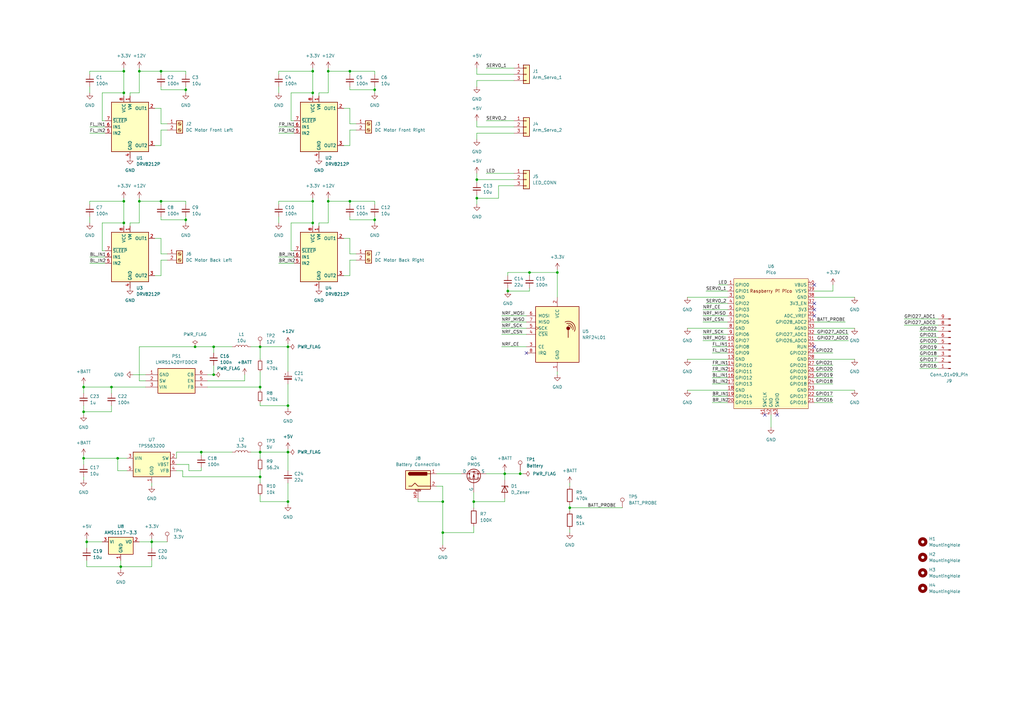
<source format=kicad_sch>
(kicad_sch (version 20230121) (generator eeschema)
  (paper "A3")
  (title_block (title "MecanumDrone") (date "2023-10-30") (rev "1.0") (company "HHN"))
  (junction (at 181.61 218.44))
  (junction (at 134.62 29.21))
  (junction (at 106.68 195.58))
  (junction (at 233.68 208.28))
  (junction (at 207.01 194.31))
  (junction (at 118.11 142.24))
  (junction (at 45.72 158.75))
  (junction (at 106.68 185.42))
  (junction (at 76.2 90.17))
  (junction (at 50.8 38.1))
  (junction (at 128.27 91.44))
  (junction (at 128.27 38.1))
  (junction (at 213.36 194.31))
  (junction (at 143.51 82.55))
  (junction (at 153.67 90.17))
  (junction (at 195.58 81.28))
  (junction (at 181.61 205.74))
  (junction (at 195.58 73.66))
  (junction (at 106.68 158.75))
  (junction (at 106.68 142.24))
  (junction (at 128.27 82.55))
  (junction (at 48.26 187.96))
  (junction (at 50.8 29.21))
  (junction (at 118.11 166.37))
  (junction (at 34.29 168.91))
  (junction (at 143.51 29.21))
  (junction (at 34.29 187.96))
  (junction (at 62.23 222.25))
  (junction (at 194.31 205.74))
  (junction (at 208.28 119.38))
  (junction (at 118.11 185.42))
  (junction (at 228.6 111.76))
  (junction (at 50.8 91.44))
  (junction (at 87.63 142.24))
  (junction (at 128.27 29.21))
  (junction (at 80.01 142.24))
  (junction (at 35.56 222.25))
  (junction (at 76.2 36.83))
  (junction (at 50.8 82.55))
  (junction (at 57.15 29.21))
  (junction (at 66.04 82.55))
  (junction (at 49.53 232.41))
  (junction (at 87.63 153.67))
  (junction (at 217.17 111.76))
  (junction (at 34.29 158.75))
  (junction (at 66.04 29.21))
  (junction (at 57.15 82.55))
  (junction (at 118.11 205.74))
  (junction (at 82.55 185.42))
  (junction (at 134.62 82.55))
  (junction (at 153.67 36.83))
  (no_connect (at 334.01 124.46))
  (no_connect (at 313.69 170.18))
  (no_connect (at 215.9 144.78))
  (no_connect (at 334.01 142.24))
  (no_connect (at 334.01 127))
  (no_connect (at 334.01 116.84))
  (no_connect (at 318.77 170.18))
  (no_connect (at 334.01 129.54))
  (wire (pts (xy 62.23 222.25) (xy 62.23 220.98)))
  (wire (pts (xy 45.72 168.91) (xy 34.29 168.91)))
  (wire (pts (xy 57.15 156.21) (xy 59.69 156.21)))
  (wire (pts (xy 207.01 194.31) (xy 207.01 196.85)))
  (wire (pts (xy 384.81 143.51) (xy 377.19 143.51)))
  (wire (pts (xy 118.11 142.24) (xy 106.68 142.24)))
  (wire (pts (xy 233.68 208.28) (xy 255.27 208.28)))
  (wire (pts (xy 143.51 88.9) (xy 143.51 90.17)))
  (wire (pts (xy 114.3 30.48) (xy 114.3 29.21)))
  (wire (pts (xy 118.11 207.01) (xy 118.11 205.74)))
  (wire (pts (xy 207.01 193.04) (xy 207.01 194.31)))
  (wire (pts (xy 50.8 27.94) (xy 50.8 29.21)))
  (wire (pts (xy 120.65 102.87) (xy 119.38 102.87)))
  (wire (pts (xy 384.81 151.13) (xy 377.19 151.13)))
  (wire (pts (xy 120.65 49.53) (xy 119.38 49.53)))
  (wire (pts (xy 87.63 149.86) (xy 87.63 153.67)))
  (wire (pts (xy 87.63 142.24) (xy 95.25 142.24)))
  (wire (pts (xy 106.68 187.96) (xy 106.68 185.42)))
  (wire (pts (xy 208.28 111.76) (xy 217.17 111.76)))
  (wire (pts (xy 292.1 149.86) (xy 298.45 149.86)))
  (wire (pts (xy 66.04 104.14) (xy 68.58 104.14)))
  (wire (pts (xy 292.1 157.48) (xy 298.45 157.48)))
  (wire (pts (xy 341.63 119.38) (xy 334.01 119.38)))
  (wire (pts (xy 34.29 157.48) (xy 34.29 158.75)))
  (wire (pts (xy 181.61 218.44) (xy 181.61 223.52)))
  (wire (pts (xy 118.11 167.64) (xy 118.11 166.37)))
  (wire (pts (xy 204.47 81.28) (xy 195.58 81.28)))
  (wire (pts (xy 128.27 38.1) (xy 128.27 39.37)))
  (wire (pts (xy 100.33 156.21) (xy 85.09 156.21)))
  (wire (pts (xy 114.3 29.21) (xy 128.27 29.21)))
  (wire (pts (xy 76.2 90.17) (xy 76.2 88.9)))
  (wire (pts (xy 106.68 142.24) (xy 102.87 142.24)))
  (wire (pts (xy 207.01 205.74) (xy 194.31 205.74)))
  (wire (pts (xy 57.15 142.24) (xy 57.15 156.21)))
  (wire (pts (xy 82.55 193.04) (xy 82.55 191.77)))
  (wire (pts (xy 45.72 158.75) (xy 34.29 158.75)))
  (wire (pts (xy 130.81 92.71) (xy 130.81 91.44)))
  (wire (pts (xy 128.27 82.55) (xy 128.27 91.44)))
  (wire (pts (xy 119.38 38.1) (xy 128.27 38.1)))
  (wire (pts (xy 62.23 229.87) (xy 62.23 232.41)))
  (wire (pts (xy 120.65 54.61) (xy 114.3 54.61)))
  (wire (pts (xy 57.15 29.21) (xy 57.15 27.94)))
  (wire (pts (xy 50.8 82.55) (xy 50.8 91.44)))
  (wire (pts (xy 316.23 170.18) (xy 316.23 175.26)))
  (wire (pts (xy 195.58 73.66) (xy 195.58 71.12)))
  (wire (pts (xy 45.72 166.37) (xy 45.72 168.91)))
  (wire (pts (xy 34.29 196.85) (xy 34.29 195.58)))
  (wire (pts (xy 130.81 91.44) (xy 134.62 91.44)))
  (wire (pts (xy 118.11 166.37) (xy 106.68 166.37)))
  (wire (pts (xy 341.63 116.84) (xy 341.63 119.38)))
  (wire (pts (xy 106.68 147.32) (xy 106.68 142.24)))
  (wire (pts (xy 50.8 81.28) (xy 50.8 82.55)))
  (wire (pts (xy 41.91 91.44) (xy 50.8 91.44)))
  (wire (pts (xy 350.52 121.92) (xy 334.01 121.92)))
  (wire (pts (xy 41.91 49.53) (xy 41.91 38.1)))
  (wire (pts (xy 153.67 36.83) (xy 153.67 35.56)))
  (wire (pts (xy 292.1 144.78) (xy 298.45 144.78)))
  (wire (pts (xy 48.26 193.04) (xy 52.07 193.04)))
  (wire (pts (xy 195.58 73.66) (xy 195.58 74.93)))
  (wire (pts (xy 140.97 97.79) (xy 143.51 97.79)))
  (wire (pts (xy 143.51 106.68) (xy 146.05 106.68)))
  (wire (pts (xy 106.68 185.42) (xy 102.87 185.42)))
  (wire (pts (xy 114.3 83.82) (xy 114.3 82.55)))
  (wire (pts (xy 384.81 140.97) (xy 377.19 140.97)))
  (wire (pts (xy 143.51 50.8) (xy 146.05 50.8)))
  (wire (pts (xy 77.47 193.04) (xy 82.55 193.04)))
  (wire (pts (xy 134.62 82.55) (xy 143.51 82.55)))
  (wire (pts (xy 62.23 222.25) (xy 68.58 222.25)))
  (wire (pts (xy 207.01 204.47) (xy 207.01 205.74)))
  (wire (pts (xy 233.68 218.44) (xy 233.68 217.17)))
  (wire (pts (xy 119.38 49.53) (xy 119.38 38.1)))
  (wire (pts (xy 106.68 185.42) (xy 118.11 185.42)))
  (wire (pts (xy 128.27 29.21) (xy 128.27 38.1)))
  (wire (pts (xy 72.39 185.42) (xy 72.39 187.96)))
  (wire (pts (xy 208.28 119.38) (xy 208.28 118.11)))
  (wire (pts (xy 66.04 90.17) (xy 76.2 90.17)))
  (wire (pts (xy 95.25 185.42) (xy 82.55 185.42)))
  (wire (pts (xy 233.68 198.12) (xy 233.68 199.39)))
  (wire (pts (xy 134.62 82.55) (xy 134.62 81.28)))
  (wire (pts (xy 228.6 110.49) (xy 228.6 111.76)))
  (wire (pts (xy 106.68 166.37) (xy 106.68 165.1)))
  (wire (pts (xy 205.74 132.08) (xy 215.9 132.08)))
  (wire (pts (xy 36.83 83.82) (xy 36.83 82.55)))
  (wire (pts (xy 41.91 102.87) (xy 41.91 91.44)))
  (wire (pts (xy 288.29 132.08) (xy 298.45 132.08)))
  (wire (pts (xy 217.17 118.11) (xy 217.17 119.38)))
  (wire (pts (xy 118.11 185.42) (xy 118.11 193.04)))
  (wire (pts (xy 281.94 147.32) (xy 298.45 147.32)))
  (wire (pts (xy 82.55 185.42) (xy 82.55 186.69)))
  (wire (pts (xy 57.15 82.55) (xy 57.15 81.28)))
  (wire (pts (xy 43.18 54.61) (xy 36.83 54.61)))
  (wire (pts (xy 143.51 113.03) (xy 143.51 106.68)))
  (wire (pts (xy 130.81 39.37) (xy 130.81 38.1)))
  (wire (pts (xy 288.29 139.7) (xy 298.45 139.7)))
  (wire (pts (xy 66.04 88.9) (xy 66.04 90.17)))
  (wire (pts (xy 281.94 121.92) (xy 298.45 121.92)))
  (wire (pts (xy 43.18 105.41) (xy 36.83 105.41)))
  (wire (pts (xy 49.53 233.68) (xy 49.53 232.41)))
  (wire (pts (xy 181.61 218.44) (xy 194.31 218.44)))
  (wire (pts (xy 118.11 184.15) (xy 118.11 185.42)))
  (wire (pts (xy 195.58 81.28) (xy 195.58 83.82)))
  (wire (pts (xy 199.39 49.53) (xy 210.82 49.53)))
  (wire (pts (xy 208.28 113.03) (xy 208.28 111.76)))
  (wire (pts (xy 134.62 29.21) (xy 143.51 29.21)))
  (wire (pts (xy 63.5 97.79) (xy 66.04 97.79)))
  (wire (pts (xy 181.61 199.39) (xy 181.61 205.74)))
  (wire (pts (xy 143.51 44.45) (xy 143.51 50.8)))
  (wire (pts (xy 194.31 205.74) (xy 194.31 208.28)))
  (wire (pts (xy 63.5 44.45) (xy 66.04 44.45)))
  (wire (pts (xy 106.68 193.04) (xy 106.68 195.58)))
  (wire (pts (xy 292.1 165.1) (xy 298.45 165.1)))
  (wire (pts (xy 199.39 71.12) (xy 210.82 71.12)))
  (wire (pts (xy 100.33 153.67) (xy 100.33 156.21)))
  (wire (pts (xy 66.04 59.69) (xy 66.04 53.34)))
  (wire (pts (xy 194.31 218.44) (xy 194.31 215.9)))
  (wire (pts (xy 171.45 205.74) (xy 181.61 205.74)))
  (wire (pts (xy 288.29 137.16) (xy 298.45 137.16)))
  (wire (pts (xy 57.15 82.55) (xy 66.04 82.55)))
  (wire (pts (xy 66.04 29.21) (xy 66.04 30.48)))
  (wire (pts (xy 35.56 222.25) (xy 35.56 220.98)))
  (wire (pts (xy 36.83 35.56) (xy 36.83 38.1)))
  (wire (pts (xy 334.01 157.48) (xy 341.63 157.48)))
  (wire (pts (xy 334.01 152.4) (xy 341.63 152.4)))
  (wire (pts (xy 210.82 33.02) (xy 195.58 33.02)))
  (wire (pts (xy 213.36 193.04) (xy 213.36 194.31)))
  (wire (pts (xy 72.39 190.5) (xy 77.47 190.5)))
  (wire (pts (xy 53.34 92.71) (xy 53.34 91.44)))
  (wire (pts (xy 66.04 113.03) (xy 66.04 106.68)))
  (wire (pts (xy 195.58 30.48) (xy 195.58 27.94)))
  (wire (pts (xy 143.51 29.21) (xy 143.51 30.48)))
  (wire (pts (xy 118.11 152.4) (xy 118.11 142.24)))
  (wire (pts (xy 114.3 35.56) (xy 114.3 38.1)))
  (wire (pts (xy 66.04 82.55) (xy 66.04 83.82)))
  (wire (pts (xy 334.01 132.08) (xy 346.71 132.08)))
  (wire (pts (xy 66.04 106.68) (xy 68.58 106.68)))
  (wire (pts (xy 179.07 194.31) (xy 189.23 194.31)))
  (wire (pts (xy 288.29 127) (xy 298.45 127)))
  (wire (pts (xy 43.18 52.07) (xy 36.83 52.07)))
  (wire (pts (xy 119.38 91.44) (xy 128.27 91.44)))
  (wire (pts (xy 195.58 33.02) (xy 195.58 35.56)))
  (wire (pts (xy 289.56 119.38) (xy 298.45 119.38)))
  (wire (pts (xy 210.82 52.07) (xy 195.58 52.07)))
  (wire (pts (xy 334.01 162.56) (xy 341.63 162.56)))
  (wire (pts (xy 57.15 29.21) (xy 66.04 29.21)))
  (wire (pts (xy 66.04 82.55) (xy 76.2 82.55)))
  (wire (pts (xy 43.18 107.95) (xy 36.83 107.95)))
  (wire (pts (xy 195.58 80.01) (xy 195.58 81.28)))
  (wire (pts (xy 334.01 144.78) (xy 341.63 144.78)))
  (wire (pts (xy 53.34 39.37) (xy 53.34 38.1)))
  (wire (pts (xy 140.97 59.69) (xy 143.51 59.69)))
  (wire (pts (xy 205.74 134.62) (xy 215.9 134.62)))
  (wire (pts (xy 179.07 199.39) (xy 181.61 199.39)))
  (wire (pts (xy 384.81 138.43) (xy 377.19 138.43)))
  (wire (pts (xy 205.74 142.24) (xy 215.9 142.24)))
  (wire (pts (xy 143.51 90.17) (xy 153.67 90.17)))
  (wire (pts (xy 143.51 35.56) (xy 143.51 36.83)))
  (wire (pts (xy 153.67 90.17) (xy 153.67 91.44)))
  (wire (pts (xy 384.81 135.89) (xy 377.19 135.89)))
  (wire (pts (xy 143.51 82.55) (xy 153.67 82.55)))
  (wire (pts (xy 76.2 29.21) (xy 76.2 30.48)))
  (wire (pts (xy 128.27 27.94) (xy 128.27 29.21)))
  (wire (pts (xy 350.52 147.32) (xy 334.01 147.32)))
  (wire (pts (xy 153.67 36.83) (xy 153.67 38.1)))
  (wire (pts (xy 45.72 158.75) (xy 59.69 158.75)))
  (wire (pts (xy 36.83 82.55) (xy 50.8 82.55)))
  (wire (pts (xy 66.04 53.34) (xy 68.58 53.34)))
  (wire (pts (xy 228.6 111.76) (xy 228.6 121.92)))
  (wire (pts (xy 120.65 107.95) (xy 114.3 107.95)))
  (wire (pts (xy 207.01 194.31) (xy 213.36 194.31)))
  (wire (pts (xy 87.63 153.67) (xy 85.09 153.67)))
  (wire (pts (xy 74.93 193.04) (xy 74.93 195.58)))
  (wire (pts (xy 49.53 232.41) (xy 49.53 229.87)))
  (wire (pts (xy 43.18 49.53) (xy 41.91 49.53)))
  (wire (pts (xy 57.15 38.1) (xy 57.15 29.21)))
  (wire (pts (xy 36.83 29.21) (xy 50.8 29.21)))
  (wire (pts (xy 53.34 38.1) (xy 57.15 38.1)))
  (wire (pts (xy 59.69 153.67) (xy 54.61 153.67)))
  (wire (pts (xy 114.3 88.9) (xy 114.3 91.44)))
  (wire (pts (xy 292.1 154.94) (xy 298.45 154.94)))
  (wire (pts (xy 120.65 105.41) (xy 114.3 105.41)))
  (wire (pts (xy 204.47 81.28) (xy 204.47 76.2)))
  (wire (pts (xy 74.93 195.58) (xy 106.68 195.58)))
  (wire (pts (xy 171.45 205.74) (xy 171.45 204.47)))
  (wire (pts (xy 49.53 232.41) (xy 35.56 232.41)))
  (wire (pts (xy 118.11 157.48) (xy 118.11 166.37)))
  (wire (pts (xy 48.26 187.96) (xy 48.26 193.04)))
  (wire (pts (xy 233.68 207.01) (xy 233.68 208.28)))
  (wire (pts (xy 143.51 36.83) (xy 153.67 36.83)))
  (wire (pts (xy 292.1 152.4) (xy 298.45 152.4)))
  (wire (pts (xy 214.63 194.31) (xy 213.36 194.31)))
  (wire (pts (xy 205.74 129.54) (xy 215.9 129.54)))
  (wire (pts (xy 199.39 194.31) (xy 207.01 194.31)))
  (wire (pts (xy 62.23 222.25) (xy 62.23 224.79)))
  (wire (pts (xy 210.82 73.66) (xy 195.58 73.66)))
  (wire (pts (xy 204.47 76.2) (xy 210.82 76.2)))
  (wire (pts (xy 72.39 193.04) (xy 74.93 193.04)))
  (wire (pts (xy 153.67 29.21) (xy 153.67 30.48)))
  (wire (pts (xy 66.04 29.21) (xy 76.2 29.21)))
  (wire (pts (xy 294.64 116.84) (xy 298.45 116.84)))
  (wire (pts (xy 57.15 91.44) (xy 57.15 82.55)))
  (wire (pts (xy 205.74 137.16) (xy 215.9 137.16)))
  (wire (pts (xy 62.23 232.41) (xy 49.53 232.41)))
  (wire (pts (xy 35.56 232.41) (xy 35.56 229.87)))
  (wire (pts (xy 41.91 38.1) (xy 50.8 38.1)))
  (wire (pts (xy 118.11 205.74) (xy 106.68 205.74)))
  (wire (pts (xy 66.04 35.56) (xy 66.04 36.83)))
  (wire (pts (xy 76.2 36.83) (xy 76.2 38.1)))
  (wire (pts (xy 292.1 162.56) (xy 298.45 162.56)))
  (wire (pts (xy 281.94 160.02) (xy 298.45 160.02)))
  (wire (pts (xy 334.01 149.86) (xy 341.63 149.86)))
  (wire (pts (xy 134.62 29.21) (xy 134.62 27.94)))
  (wire (pts (xy 217.17 119.38) (xy 208.28 119.38)))
  (wire (pts (xy 106.68 158.75) (xy 106.68 160.02)))
  (wire (pts (xy 50.8 29.21) (xy 50.8 38.1)))
  (wire (pts (xy 62.23 198.12) (xy 62.23 199.39)))
  (wire (pts (xy 143.51 97.79) (xy 143.51 104.14)))
  (wire (pts (xy 63.5 59.69) (xy 66.04 59.69)))
  (wire (pts (xy 80.01 142.24) (xy 57.15 142.24)))
  (wire (pts (xy 143.51 29.21) (xy 153.67 29.21)))
  (wire (pts (xy 85.09 158.75) (xy 106.68 158.75)))
  (wire (pts (xy 87.63 142.24) (xy 80.01 142.24)))
  (wire (pts (xy 281.94 134.62) (xy 298.45 134.62)))
  (wire (pts (xy 140.97 44.45) (xy 143.51 44.45)))
  (wire (pts (xy 57.15 222.25) (xy 62.23 222.25)))
  (wire (pts (xy 106.68 152.4) (xy 106.68 158.75)))
  (wire (pts (xy 50.8 91.44) (xy 50.8 92.71)))
  (wire (pts (xy 106.68 205.74) (xy 106.68 203.2)))
  (wire (pts (xy 34.29 187.96) (xy 34.29 190.5)))
  (wire (pts (xy 153.67 82.55) (xy 153.67 83.82)))
  (wire (pts (xy 66.04 50.8) (xy 68.58 50.8)))
  (wire (pts (xy 350.52 160.02) (xy 334.01 160.02)))
  (wire (pts (xy 143.51 53.34) (xy 146.05 53.34)))
  (wire (pts (xy 217.17 111.76) (xy 217.17 113.03)))
  (wire (pts (xy 66.04 44.45) (xy 66.04 50.8)))
  (wire (pts (xy 45.72 158.75) (xy 45.72 161.29)))
  (wire (pts (xy 384.81 148.59) (xy 377.19 148.59)))
  (wire (pts (xy 143.51 82.55) (xy 143.51 83.82)))
  (wire (pts (xy 76.2 82.55) (xy 76.2 83.82)))
  (wire (pts (xy 217.17 111.76) (xy 228.6 111.76)))
  (wire (pts (xy 143.51 104.14) (xy 146.05 104.14)))
  (wire (pts (xy 181.61 205.74) (xy 181.61 218.44)))
  (wire (pts (xy 128.27 81.28) (xy 128.27 82.55)))
  (wire (pts (xy 210.82 54.61) (xy 195.58 54.61)))
  (wire (pts (xy 334.01 165.1) (xy 341.63 165.1)))
  (wire (pts (xy 50.8 38.1) (xy 50.8 39.37)))
  (wire (pts (xy 153.67 90.17) (xy 153.67 88.9)))
  (wire (pts (xy 118.11 198.12) (xy 118.11 205.74)))
  (wire (pts (xy 128.27 91.44) (xy 128.27 92.71)))
  (wire (pts (xy 195.58 54.61) (xy 195.58 57.15)))
  (wire (pts (xy 292.1 142.24) (xy 298.45 142.24)))
  (wire (pts (xy 210.82 30.48) (xy 195.58 30.48)))
  (wire (pts (xy 52.07 187.96) (xy 48.26 187.96)))
  (wire (pts (xy 289.56 124.46) (xy 298.45 124.46)))
  (wire (pts (xy 63.5 113.03) (xy 66.04 113.03)))
  (wire (pts (xy 53.34 91.44) (xy 57.15 91.44)))
  (wire (pts (xy 41.91 222.25) (xy 35.56 222.25)))
  (wire (pts (xy 228.6 153.67) (xy 228.6 152.4)))
  (wire (pts (xy 76.2 36.83) (xy 76.2 35.56)))
  (wire (pts (xy 350.52 134.62) (xy 334.01 134.62)))
  (wire (pts (xy 134.62 91.44) (xy 134.62 82.55)))
  (wire (pts (xy 334.01 137.16) (xy 347.98 137.16)))
  (wire (pts (xy 76.2 90.17) (xy 76.2 91.44)))
  (wire (pts (xy 233.68 208.28) (xy 233.68 209.55)))
  (wire (pts (xy 36.83 30.48) (xy 36.83 29.21)))
  (wire (pts (xy 35.56 222.25) (xy 35.56 224.79)))
  (wire (pts (xy 77.47 190.5) (xy 77.47 193.04)))
  (wire (pts (xy 34.29 186.69) (xy 34.29 187.96)))
  (wire (pts (xy 66.04 36.83) (xy 76.2 36.83)))
  (wire (pts (xy 194.31 201.93) (xy 194.31 205.74)))
  (wire (pts (xy 72.39 185.42) (xy 82.55 185.42)))
  (wire (pts (xy 34.29 168.91) (xy 34.29 166.37)))
  (wire (pts (xy 118.11 140.97) (xy 118.11 142.24)))
  (wire (pts (xy 140.97 113.03) (xy 143.51 113.03)))
  (wire (pts (xy 199.39 27.94) (xy 210.82 27.94)))
  (wire (pts (xy 384.81 133.35) (xy 370.84 133.35)))
  (wire (pts (xy 334.01 154.94) (xy 341.63 154.94)))
  (wire (pts (xy 134.62 38.1) (xy 134.62 29.21)))
  (wire (pts (xy 195.58 52.07) (xy 195.58 49.53)))
  (wire (pts (xy 48.26 187.96) (xy 34.29 187.96)))
  (wire (pts (xy 130.81 38.1) (xy 134.62 38.1)))
  (wire (pts (xy 114.3 82.55) (xy 128.27 82.55)))
  (wire (pts (xy 66.04 97.79) (xy 66.04 104.14)))
  (wire (pts (xy 43.18 102.87) (xy 41.91 102.87)))
  (wire (pts (xy 384.81 130.81) (xy 370.84 130.81)))
  (wire (pts (xy 288.29 129.54) (xy 298.45 129.54)))
  (wire (pts (xy 34.29 170.18) (xy 34.29 168.91)))
  (wire (pts (xy 384.81 146.05) (xy 377.19 146.05)))
  (wire (pts (xy 143.51 59.69) (xy 143.51 53.34)))
  (wire (pts (xy 120.65 52.07) (xy 114.3 52.07)))
  (wire (pts (xy 34.29 158.75) (xy 34.29 161.29)))
  (wire (pts (xy 334.01 139.7) (xy 347.98 139.7)))
  (wire (pts (xy 36.83 88.9) (xy 36.83 91.44)))
  (wire (pts (xy 87.63 144.78) (xy 87.63 142.24)))
  (wire (pts (xy 106.68 195.58) (xy 106.68 198.12)))
  (wire (pts (xy 119.38 102.87) (xy 119.38 91.44)))
  (label "GPIO16" (at 341.63 165.1 180))
  (label "NRF_SCK" (at 288.29 137.16 0))
  (label "FR_IN2" (at 114.3 54.61 0))
  (label "NRF_CE" (at 205.74 142.24 0))
  (label "NRF_MISO" (at 205.74 132.08 0))
  (label "BL_IN1" (at 36.83 105.41 0))
  (label "GPIO17" (at 341.63 162.56 180))
  (label "LED" (at 294.64 116.84 0))
  (label "BL_IN1" (at 292.1 154.94 0))
  (label "BATT_PROBE" (at 346.71 132.08 180))
  (label "GPIO17" (at 377.19 148.59 0))
  (label "SERVO_1" (at 289.56 119.38 0))
  (label "NRF_MOSI" (at 205.74 129.54 0))
  (label "GPIO18" (at 341.63 157.48 180))
  (label "FL_IN1" (at 292.1 142.24 0))
  (label "BATT_PROBE" (at 252.73 208.28 180))
  (label "NRF_MOSI" (at 288.29 139.7 0))
  (label "GPIO27_ADC1" (at 370.84 130.81 0))
  (label "GPIO18" (at 377.19 146.05 0))
  (label "BL_IN2" (at 36.83 107.95 0))
  (label "FL_IN2" (at 36.83 54.61 0))
  (label "GPIO27_ADC0" (at 370.84 133.35 0))
  (label "SERVO_1" (at 199.39 27.94 0))
  (label "FL_IN2" (at 292.1 144.78 0))
  (label "GPIO21" (at 377.19 138.43 0))
  (label "GPIO22" (at 377.19 135.89 0))
  (label "GPIO19" (at 341.63 154.94 180))
  (label "FL_IN1" (at 36.83 52.07 0))
  (label "GPIO21" (at 341.63 149.86 180))
  (label "GPIO19" (at 377.19 143.51 0))
  (label "BL_IN2" (at 292.1 157.48 0))
  (label "NRF_MISO" (at 288.29 129.54 0))
  (label "GPIO22" (at 341.63 144.78 180))
  (label "GPIO16" (at 377.19 151.13 0))
  (label "BR_IN1" (at 292.1 162.56 0))
  (label "GPIO20" (at 341.63 152.4 180))
  (label "GPIO20" (at 377.19 140.97 0))
  (label "NRF_SCK" (at 205.74 134.62 0))
  (label "FR_IN2" (at 292.1 152.4 0))
  (label "NRF_CE" (at 288.29 127 0))
  (label "BR_IN2" (at 292.1 165.1 0))
  (label "SERVO_2" (at 289.56 124.46 0))
  (label "FR_IN1" (at 292.1 149.86 0))
  (label "LED" (at 199.39 71.12 0))
  (label "NRF_CSN" (at 205.74 137.16 0))
  (label "GPIO27_ADC0" (at 347.98 139.7 180))
  (label "FR_IN1" (at 114.3 52.07 0))
  (label "GPIO27_ADC1" (at 347.98 137.16 180))
  (label "BR_IN2" (at 114.3 107.95 0))
  (label "NRF_CSN" (at 288.29 132.08 0))
  (label "BR_IN1" (at 114.3 105.41 0))
  (label "SERVO_2" (at 199.39 49.53 0))
  (symbol (lib_id "Device:C_Small") (at 143.51 86.36 0) (unit 1)
    (property "Reference" "C11" (at 146.05 85.0963 0) (effects (justify left)))
    (property "Value" "100n" (at 146.05 87.6363 0) (effects (justify left)))
    (property "Footprint" "Capacitor_SMD:C_0603_1608Metric" (effects hide))
  )
  (symbol (lib_id "Regulator_Switching:TPS563200") (at 62.23 190.5 0) (unit 1)
    (property "Reference" "U7" (at 62.23 180.34 0))
    (property "Value" "TPS563200" (at 62.23 182.88 0))
    (property "Footprint" "Package_TO_SOT_SMD:SOT-23-6" (effects hide))
    (property "Datasheet" "http://www.ti.com/lit/ds/symlink/tps563200.pdf" (effects hide))
  )
  (symbol (lib_id "Device:R_Small") (at 106.68 200.66 0) (unit 1)
    (property "Reference" "R10" (at 109.22 199.39 0) (effects (justify left)))
    (property "Value" "10k" (at 109.22 201.93 0) (effects (justify left)))
    (property "Footprint" "Resistor_SMD:R_0805_2012Metric" (effects hide))
  )
  (symbol (lib_id "power:GND") (at 195.58 83.82 0) (unit 1)
    (property "Reference" "#PWR030" (effects hide))
    (property "Value" "GND" (at 195.58 88.9 0))
  )
  (symbol (lib_id "Mechanical:MountingHole") (at 378.46 241.3 0) (unit 1)
    (property "Reference" "H4" (at 381 240.03 0) (effects (justify left)))
    (property "Value" "MountingHole" (at 381 242.57 0) (effects (justify left)))
    (property "Footprint" "MountingHole:MountingHole_2.2mm_M2" (effects hide))
  )
  (symbol (lib_id "Connector:TestPoint") (at 68.58 222.25 0) (unit 1)
    (property "Reference" "TP4" (at 71.12 217.678 0) (effects (justify left)))
    (property "Value" "3.3V" (at 71.12 220.218 0) (effects (justify left)))
    (property "Footprint" "TestPoint:TestPoint_Pad_D1.0mm" (effects hide))
  )
  (symbol (lib_id "Device:C_Small") (at 34.29 193.04 0) (unit 1)
    (property "Reference" "C17" (at 36.83 191.7763 0) (effects (justify left)))
    (property "Value" "10u" (at 36.83 194.3163 0) (effects (justify left)))
    (property "Footprint" "Capacitor_SMD:C_0805_2012Metric" (effects hide))
  )
  (symbol (lib_id "power:GND") (at 350.52 134.62 0) (mirror y) (unit 1)
    (property "Reference" "#PWR039" (effects hide))
    (property "Value" "GND" (at 350.52 139.7 0))
  )
  (symbol (lib_id "RF:NRF24L01_Breakout") (at 228.6 137.16 0) (unit 1)
    (property "Reference" "U5" (at 238.76 135.89 0) (effects (justify left)))
    (property "Value" "NRF24L01" (at 238.76 138.43 0) (effects (justify left)))
    (property "Footprint" "RF_Module:nRF24L01_Breakout" (effects hide))
    (property "Datasheet" "http://www.nordicsemi.com/eng/content/download/2730/34105/file/nRF24L01_Product_Specification_v2_0.pdf" (effects hide))
  )
  (symbol (lib_id "Driver_Motor:DRV8837") (at 53.34 105.41 0) (unit 1)
    (property "Reference" "U3" (at 55.88 118.11 0) (effects (justify left)))
    (property "Value" "DRV8212P" (at 55.88 120.65 0) (effects (justify left)))
    (property "Footprint" "Package_SON:WSON-8-1EP_2x2mm_P0.5mm_EP0.9x1.6mm" (effects hide))
    (property "Datasheet" "http://www.ti.com/lit/ds/symlink/drv8837.pdf" (effects hide))
  )
  (symbol (lib_id "Mechanical:MountingHole") (at 378.46 222.25 0) (unit 1)
    (property "Reference" "H1" (at 381 220.98 0) (effects (justify left)))
    (property "Value" "MountingHole" (at 381 223.52 0) (effects (justify left)))
    (property "Footprint" "MountingHole:MountingHole_2.2mm_M2" (effects hide))
  )
  (symbol (lib_id "power:GND") (at 181.61 223.52 0) (unit 1)
    (property "Reference" "#PWR046" (effects hide))
    (property "Value" "GND" (at 181.61 228.6 0))
  )
  (symbol (lib_id "Device:C_Small") (at 217.17 115.57 0) (unit 1)
    (property "Reference" "C15" (at 219.71 114.3063 0) (effects (justify left)))
    (property "Value" "100n" (at 219.71 116.8463 0) (effects (justify left)))
    (property "Footprint" "Capacitor_SMD:C_0603_1608Metric" (effects hide))
  )
  (symbol (lib_id "power:GND") (at 34.29 196.85 0) (unit 1)
    (property "Reference" "#PWR057" (effects hide))
    (property "Value" "GND" (at 34.29 201.93 0))
  )
  (symbol (lib_id "Connector_Generic:Conn_01x03") (at 215.9 30.48 0) (unit 1)
    (property "Reference" "J1" (at 218.44 29.21 0) (effects (justify left)))
    (property "Value" "Arm_Servo_1" (at 218.44 31.75 0) (effects (justify left)))
    (property "Footprint" "Connector_PinHeader_2.54mm:PinHeader_1x03_P2.54mm_Vertical" (effects hide))
  )
  (symbol (lib_id "power:+5V") (at 195.58 49.53 0) (unit 1)
    (property "Reference" "#PWR015" (effects hide))
    (property "Value" "+5V" (at 195.58 44.45 0))
  )
  (symbol (lib_id "power:+3.3V") (at 50.8 81.28 0) (unit 1)
    (property "Reference" "#PWR020" (effects hide))
    (property "Value" "+3.3V" (at 50.8 76.2 0))
  )
  (symbol (lib_id "power:GND") (at 195.58 35.56 0) (unit 1)
    (property "Reference" "#PWR08" (effects hide))
    (property "Value" "GND" (at 195.58 40.64 0))
  )
  (symbol (lib_id "Device:C_Small") (at 45.72 163.83 0) (unit 1)
    (property "Reference" "C22" (at 48.26 162.5663 0) (effects (justify left)))
    (property "Value" "100n" (at 48.26 165.1063 0) (effects (justify left)))
    (property "Footprint" "Capacitor_SMD:C_0603_1608Metric" (effects hide))
  )
  (symbol (lib_id "power:GND") (at 281.94 121.92 0) (unit 1)
    (property "Reference" "#PWR036" (effects hide))
    (property "Value" "GND" (at 281.94 127 0))
  )
  (symbol (lib_id "Device:C_Small") (at 34.29 163.83 0) (unit 1)
    (property "Reference" "C23" (at 36.83 162.5663 0) (effects (justify left)))
    (property "Value" "1u" (at 36.83 165.1063 0) (effects (justify left)))
    (property "Footprint" "Capacitor_SMD:C_0603_1608Metric" (effects hide))
  )
  (symbol (lib_id "power:GND") (at 49.53 233.68 0) (unit 1)
    (property "Reference" "#PWR055" (effects hide))
    (property "Value" "GND" (at 49.53 238.76 0))
  )
  (symbol (lib_id "power:GND") (at 118.11 207.01 0) (unit 1)
    (property "Reference" "#PWR061" (effects hide))
    (property "Value" "GND" (at 118.11 212.09 0))
  )
  (symbol (lib_id "Device:C_Small") (at 76.2 33.02 0) (unit 1)
    (property "Reference" "C3" (at 78.74 31.7563 0) (effects (justify left)))
    (property "Value" "10u" (at 78.74 34.2963 0) (effects (justify left)))
    (property "Footprint" "Capacitor_SMD:C_0805_2012Metric" (effects hide))
  )
  (symbol (lib_id "Connector:TestPoint") (at 213.36 193.04 0) (unit 1)
    (property "Reference" "TP1" (at 215.9 188.468 0) (effects (justify left)))
    (property "Value" "Battery" (at 215.9 191.008 0) (effects (justify left)))
    (property "Footprint" "TestPoint:TestPoint_Pad_D1.0mm" (effects hide))
  )
  (symbol (lib_id "Device:C_Small") (at 114.3 86.36 0) (unit 1)
    (property "Reference" "C10" (at 116.84 85.0963 0) (effects (justify left)))
    (property "Value" "100n" (at 116.84 87.6363 0) (effects (justify left)))
    (property "Footprint" "Capacitor_SMD:C_0603_1608Metric" (effects hide))
  )
  (symbol (lib_id "Device:C_Small") (at 143.51 33.02 0) (unit 1)
    (property "Reference" "C5" (at 146.05 31.7563 0) (effects (justify left)))
    (property "Value" "100n" (at 146.05 34.2963 0) (effects (justify left)))
    (property "Footprint" "Capacitor_SMD:C_0603_1608Metric" (effects hide))
  )
  (symbol (lib_id "Simulation_SPICE:PMOS") (at 194.31 196.85 90) (unit 1)
    (property "Reference" "Q4" (at 194.31 187.96 90))
    (property "Value" "PMOS" (at 194.31 190.5 90))
    (property "Footprint" "Package_TO_SOT_SMD:SOT-23" (effects hide))
    (property "Datasheet" "https://ngspice.sourceforge.io/docs/ngspice-manual.pdf" (effects hide))
    (property "Sim.Device" "PMOS" (effects hide))
    (property "Sim.Type" "VDMOS" (effects hide))
    (property "Sim.Pins" "1=D 2=G 3=S" (effects hide))
  )
  (symbol (lib_id "Device:C_Polarized_Small") (at 118.11 154.94 0) (unit 1)
    (property "Reference" "C21" (at 120.65 153.1239 0) (effects (justify left)))
    (property "Value" "47u" (at 120.65 155.6639 0) (effects (justify left)))
    (property "Footprint" "Capacitor_THT:CP_Radial_D8.0mm_P5.00mm" (effects hide))
  )
  (symbol (lib_id "Connector_Generic:Conn_01x03") (at 215.9 73.66 0) (unit 1)
    (property "Reference" "J5" (at 218.44 72.39 0) (effects (justify left)))
    (property "Value" "LED_CONN" (at 218.44 74.93 0) (effects (justify left)))
    (property "Footprint" "Connector_PinHeader_2.54mm:PinHeader_1x03_P2.54mm_Vertical" (effects hide))
  )
  (symbol (lib_id "power:GND") (at 153.67 91.44 0) (unit 1)
    (property "Reference" "#PWR029" (effects hide))
    (property "Value" "GND" (at 153.67 96.52 0))
  )
  (symbol (lib_id "Connector:Screw_Terminal_01x02") (at 73.66 50.8 0) (unit 1)
    (property "Reference" "J2" (at 76.2 50.8 0) (effects (justify left)))
    (property "Value" "DC Motor Front Left" (at 76.2 53.34 0) (effects (justify left)))
    (property "Footprint" "TerminalBlock_Phoenix:TerminalBlock_Phoenix_MPT-0,5-2-2.54_1x02_P2.54mm_Horizontal" (effects hide))
  )
  (symbol (lib_id "power:+3.3V") (at 341.63 116.84 0) (unit 1)
    (property "Reference" "#PWR032" (effects hide))
    (property "Value" "+3.3V" (at 341.63 111.76 0))
  )
  (symbol (lib_id "Connector_Generic:Conn_01x03") (at 215.9 52.07 0) (unit 1)
    (property "Reference" "J4" (at 218.44 50.8 0) (effects (justify left)))
    (property "Value" "Arm_Servo_2" (at 218.44 53.34 0) (effects (justify left)))
    (property "Footprint" "Connector_PinHeader_2.54mm:PinHeader_1x03_P2.54mm_Vertical" (effects hide))
  )
  (symbol (lib_id "power:+12V") (at 57.15 27.94 0) (unit 1)
    (property "Reference" "#PWR02" (effects hide))
    (property "Value" "+12V" (at 57.15 22.86 0))
  )
  (symbol (lib_id "power:GND") (at 114.3 91.44 0) (unit 1)
    (property "Reference" "#PWR028" (effects hide))
    (property "Value" "GND" (at 114.3 96.52 0))
  )
  (symbol (lib_id "power:GND") (at 153.67 38.1 0) (unit 1)
    (property "Reference" "#PWR012" (effects hide))
    (property "Value" "GND" (at 153.67 43.18 0))
  )
  (symbol (lib_id "power:GND") (at 350.52 147.32 0) (mirror y) (unit 1)
    (property "Reference" "#PWR043" (effects hide))
    (property "Value" "GND" (at 350.52 152.4 0))
  )
  (symbol (lib_id "power:GND") (at 195.58 57.15 0) (unit 1)
    (property "Reference" "#PWR016" (effects hide))
    (property "Value" "GND" (at 195.58 62.23 0))
  )
  (symbol (lib_id "power:+5V") (at 195.58 71.12 0) (unit 1)
    (property "Reference" "#PWR024" (effects hide))
    (property "Value" "+5V" (at 195.58 66.04 0))
  )
  (symbol (lib_id "power:GND") (at 34.29 170.18 0) (unit 1)
    (property "Reference" "#PWR058" (effects hide))
    (property "Value" "GND" (at 34.29 175.26 0))
  )
  (symbol (lib_id "power:GND") (at 228.6 153.67 0) (unit 1)
    (property "Reference" "#PWR044" (effects hide))
    (property "Value" "GND" (at 228.6 158.75 0))
  )
  (symbol (lib_id "power:GND") (at 118.11 167.64 0) (unit 1)
    (property "Reference" "#PWR045" (effects hide))
    (property "Value" "GND" (at 118.11 172.72 0))
  )
  (symbol (lib_id "power:+5V") (at 35.56 220.98 0) (unit 1)
    (property "Reference" "#PWR051" (effects hide))
    (property "Value" "+5V" (at 35.56 215.9 0))
  )
  (symbol (lib_id "Device:C_Small") (at 195.58 77.47 0) (unit 1)
    (property "Reference" "C13" (at 198.12 76.2063 0) (effects (justify left)))
    (property "Value" "10u" (at 198.12 78.7463 0) (effects (justify left)))
    (property "Footprint" "Capacitor_SMD:C_0805_2012Metric" (effects hide))
  )
  (symbol (lib_id "power:+BATT") (at 34.29 186.69 0) (mirror y) (unit 1)
    (property "Reference" "#PWR054" (effects hide))
    (property "Value" "+BATT" (at 34.29 181.61 0))
  )
  (symbol (lib_id "Device:C_Small") (at 35.56 227.33 0) (unit 1)
    (property "Reference" "C19" (at 38.1 226.0663 0) (effects (justify left)))
    (property "Value" "10u" (at 38.1 228.6063 0) (effects (justify left)))
    (property "Footprint" "Capacitor_SMD:C_0805_2012Metric" (effects hide))
  )
  (symbol (lib_id "Device:R") (at 233.68 213.36 180) (unit 1)
    (property "Reference" "R6" (at 236.22 212.09 0) (effects (justify right)))
    (property "Value" "51k" (at 236.22 214.63 0) (effects (justify right)))
    (property "Footprint" "Resistor_SMD:R_0603_1608Metric" (effects hide))
  )
  (symbol (lib_id "power:+12V") (at 57.15 81.28 0) (unit 1)
    (property "Reference" "#PWR021" (effects hide))
    (property "Value" "+12V" (at 57.15 76.2 0))
  )
  (symbol (lib_id "power:PWR_FLAG") (at 214.63 194.31 270) (unit 1)
    (property "Reference" "#FLG01" (effects hide))
    (property "Value" "PWR_FLAG" (at 218.44 194.31 90) (effects (justify left)))
  )
  (symbol (lib_id "power:GND") (at 281.94 147.32 0) (unit 1)
    (property "Reference" "#PWR042" (effects hide))
    (property "Value" "GND" (at 281.94 152.4 0))
  )
  (symbol (lib_id "Device:C_Small") (at 208.28 115.57 0) (unit 1)
    (property "Reference" "C14" (at 210.82 114.3063 0) (effects (justify left)))
    (property "Value" "22u" (at 210.82 116.8463 0) (effects (justify left)))
    (property "Footprint" "Capacitor_SMD:C_0805_2012Metric" (effects hide))
  )
  (symbol (lib_id "power:GND") (at 281.94 134.62 0) (unit 1)
    (property "Reference" "#PWR038" (effects hide))
    (property "Value" "GND" (at 281.94 139.7 0))
  )
  (symbol (lib_id "power:+12V") (at 134.62 81.28 0) (unit 1)
    (property "Reference" "#PWR023" (effects hide))
    (property "Value" "+12V" (at 134.62 76.2 0))
  )
  (symbol (lib_id "power:+12V") (at 134.62 27.94 0) (unit 1)
    (property "Reference" "#PWR04" (effects hide))
    (property "Value" "+12V" (at 134.62 22.86 0))
  )
  (symbol (lib_id "Device:C_Small") (at 36.83 86.36 0) (unit 1)
    (property "Reference" "C7" (at 39.37 85.0963 0) (effects (justify left)))
    (property "Value" "100n" (at 39.37 87.6363 0) (effects (justify left)))
    (property "Footprint" "Capacitor_SMD:C_0603_1608Metric" (effects hide))
  )
  (symbol (lib_id "power:PWR_FLAG") (at 80.01 142.24 0) (unit 1)
    (property "Reference" "#FLG05" (effects hide))
    (property "Value" "PWR_FLAG" (at 80.01 137.16 0))
  )
  (symbol (lib_id "Mechanical:MountingHole") (at 378.46 228.6 0) (unit 1)
    (property "Reference" "H2" (at 381 227.33 0) (effects (justify left)))
    (property "Value" "MountingHole" (at 381 229.87 0) (effects (justify left)))
    (property "Footprint" "MountingHole:MountingHole_2.2mm_M2" (effects hide))
  )
  (symbol (lib_id "power:+5V") (at 195.58 27.94 0) (unit 1)
    (property "Reference" "#PWR05" (effects hide))
    (property "Value" "+5V" (at 195.58 22.86 0))
  )
  (symbol (lib_id "LMR51420YFDDCR:LMR51420YFDDCR") (at 59.69 153.67 0) (unit 1)
    (property "Reference" "PS1" (at 72.39 146.05 0))
    (property "Value" "LMR51420YFDDCR" (at 72.39 148.59 0))
    (property "Footprint" "LMR51420YFDDCR:SOT95P280X110-6N" (effects hide))
    (property "Datasheet" "https://www.ti.com/general/docs/suppproductinfo.tsp?distId=26&gotoUrl=https://www.ti.com/lit/gpn/lmr51420" (effects hide))
    (property "Height" "1.1" (effects hide))
    (property "Manufacturer_Name" "Texas Instruments" (effects hide))
    (property "Manufacturer_Part_Number" "LMR51420YFDDCR" (effects hide))
    (property "Mouser Part Number" "595-LMR51420YFDDCR" (effects hide))
    (property "Mouser Price/Stock" "https://www.mouser.co.uk/ProductDetail/Texas-Instruments/LMR51420YFDDCR?qs=vvQtp7zwQdNC3trKS9P7rQ%3D%3D" (effects hide))
    (property "Arrow Part Number" "LMR51420YFDDCR" (effects hide))
    (property "Arrow Price/Stock" "https://www.arrow.com/en/products/lmr51420yfddcr/texas-instruments?region=nac" (effects hide))
  )
  (symbol (lib_id "power:GND") (at 62.23 199.39 0) (unit 1)
    (property "Reference" "#PWR062" (effects hide))
    (property "Value" "GND" (at 62.23 204.47 0))
  )
  (symbol (lib_id "Regulator_Linear:AMS1117-3.3") (at 49.53 222.25 0) (unit 1)
    (property "Reference" "U8" (at 49.53 215.9 0))
    (property "Value" "AMS1117-3.3" (at 49.53 218.44 0))
    (property "Footprint" "Package_TO_SOT_SMD:SOT-223-3_TabPin2" (effects hide))
    (property "Datasheet" "http://www.advanced-monolithic.com/pdf/ds1117.pdf" (effects hide))
  )
  (symbol (lib_id "power:GND") (at 76.2 38.1 0) (unit 1)
    (property "Reference" "#PWR010" (effects hide))
    (property "Value" "GND" (at 76.2 43.18 0))
  )
  (symbol (lib_id "Connector:TestPoint") (at 106.68 185.42 0) (unit 1)
    (property "Reference" "TP3" (at 109.22 180.848 0) (effects (justify left)))
    (property "Value" "5V" (at 109.22 183.388 0) (effects (justify left)))
    (property "Footprint" "TestPoint:TestPoint_Pad_D1.0mm" (effects hide))
  )
  (symbol (lib_id "power:GND") (at 54.61 153.67 270) (unit 1)
    (property "Reference" "#PWR059" (effects hide))
    (property "Value" "GND" (at 50.8 153.67 90) (effects (justify right)))
  )
  (symbol (lib_id "Device:R_Small") (at 106.68 190.5 0) (unit 1)
    (property "Reference" "R9" (at 109.22 189.23 0) (effects (justify left)))
    (property "Value" "56.2k" (at 109.22 191.77 0) (effects (justify left)))
    (property "Footprint" "Resistor_SMD:R_0603_1608Metric" (effects hide))
  )
  (symbol (lib_id "Connector:TestPoint") (at 255.27 208.28 0) (unit 1)
    (property "Reference" "TP5" (at 257.81 203.708 0) (effects (justify left)))
    (property "Value" "BATT_PROBE" (at 257.81 206.248 0) (effects (justify left)))
    (property "Footprint" "TestPoint:TestPoint_Pad_D1.0mm" (effects hide))
  )
  (symbol (lib_id "power:GND") (at 316.23 175.26 0) (mirror y) (unit 1)
    (property "Reference" "#PWR050" (effects hide))
    (property "Value" "GND" (at 316.23 180.34 0))
  )
  (symbol (lib_id "power:GND") (at 76.2 91.44 0) (unit 1)
    (property "Reference" "#PWR027" (effects hide))
    (property "Value" "GND" (at 76.2 96.52 0))
  )
  (symbol (lib_id "power:GND") (at 36.83 38.1 0) (unit 1)
    (property "Reference" "#PWR09" (effects hide))
    (property "Value" "GND" (at 36.83 43.18 0))
  )
  (symbol (lib_id "power:PWR_FLAG") (at 118.11 185.42 270) (unit 1)
    (property "Reference" "#FLG02" (effects hide))
    (property "Value" "PWR_FLAG" (at 121.92 185.42 90) (effects (justify left)))
  )
  (symbol (lib_id "power:+BATT") (at 207.01 193.04 0) (mirror y) (unit 1)
    (property "Reference" "#PWR056" (effects hide))
    (property "Value" "+BATT" (at 207.01 187.96 0))
  )
  (symbol (lib_id "Device:C_Small") (at 76.2 86.36 0) (unit 1)
    (property "Reference" "C9" (at 78.74 85.0963 0) (effects (justify left)))
    (property "Value" "10u" (at 78.74 87.6363 0) (effects (justify left)))
    (property "Footprint" "Capacitor_SMD:C_0805_2012Metric" (effects hide))
  )
  (symbol (lib_id "Device:R_Small") (at 106.68 149.86 0) (unit 1)
    (property "Reference" "R3" (at 109.22 148.59 0) (effects (justify left)))
    (property "Value" "470k" (at 109.22 151.13 0) (effects (justify left)))
    (property "Footprint" "Resistor_SMD:R_0805_2012Metric" (effects hide))
  )
  (symbol (lib_id "power:+12V") (at 118.11 140.97 0) (unit 1)
    (property "Reference" "#PWR041" (effects hide))
    (property "Value" "+12V" (at 118.11 135.89 0))
  )
  (symbol (lib_id "Device:C_Small") (at 66.04 33.02 0) (unit 1)
    (property "Reference" "C2" (at 68.58 31.7563 0) (effects (justify left)))
    (property "Value" "100n" (at 68.58 34.2963 0) (effects (justify left)))
    (property "Footprint" "Capacitor_SMD:C_0603_1608Metric" (effects hide))
  )
  (symbol (lib_id "power:+BATT") (at 34.29 157.48 0) (mirror y) (unit 1)
    (property "Reference" "#PWR040" (effects hide))
    (property "Value" "+BATT" (at 34.29 152.4 0))
  )
  (symbol (lib_id "Driver_Motor:DRV8837") (at 130.81 105.41 0) (unit 1)
    (property "Reference" "U4" (at 133.35 118.11 0) (effects (justify left)))
    (property "Value" "DRV8212P" (at 133.35 120.65 0) (effects (justify left)))
    (property "Footprint" "Package_SON:WSON-8-1EP_2x2mm_P0.5mm_EP0.9x1.6mm" (effects hide))
    (property "Datasheet" "http://www.ti.com/lit/ds/symlink/drv8837.pdf" (effects hide))
  )
  (symbol (lib_id "power:+3.3V") (at 128.27 81.28 0) (unit 1)
    (property "Reference" "#PWR022" (effects hide))
    (property "Value" "+3.3V" (at 128.27 76.2 0))
  )
  (symbol (lib_id "power:+3.3V") (at 228.6 110.49 0) (unit 1)
    (property "Reference" "#PWR031" (effects hide))
    (property "Value" "+3.3V" (at 228.6 105.41 0))
  )
  (symbol (lib_id "Pico:Pico") (at 316.23 140.97 0) (unit 1)
    (property "Reference" "U6" (at 316.23 109.22 0))
    (property "Value" "Pico" (at 316.23 111.76 0))
    (property "Footprint" "Pico:RPi_Pico_SMD_TH" (effects hide))
  )
  (symbol (lib_id "power:GND") (at 53.34 64.77 0) (unit 1)
    (property "Reference" "#PWR017" (effects hide))
    (property "Value" "GND" (at 53.34 69.85 0))
  )
  (symbol (lib_id "power:GND") (at 281.94 160.02 0) (unit 1)
    (property "Reference" "#PWR047" (effects hide))
    (property "Value" "GND" (at 281.94 165.1 0))
  )
  (symbol (lib_id "power:GND") (at 53.34 118.11 0) (unit 1)
    (property "Reference" "#PWR033" (effects hide))
    (property "Value" "GND" (at 53.34 123.19 0))
  )
  (symbol (lib_id "Device:C_Small") (at 118.11 195.58 0) (unit 1)
    (property "Reference" "C24" (at 120.65 194.3163 0) (effects (justify left)))
    (property "Value" "22u" (at 120.65 196.8563 0) (effects (justify left)))
    (property "Footprint" "Capacitor_SMD:C_0805_2012Metric" (effects hide))
  )
  (symbol (lib_id "power:PWR_FLAG") (at 87.63 153.67 270) (unit 1)
    (property "Reference" "#FLG04" (effects hide))
    (property "Value" "PWR_FLAG" (at 88.9 151.13 90) (effects (justify left)))
  )
  (symbol (lib_id "Device:C_Small") (at 153.67 33.02 0) (unit 1)
    (property "Reference" "C6" (at 156.21 31.7563 0) (effects (justify left)))
    (property "Value" "10u" (at 156.21 34.2963 0) (effects (justify left)))
    (property "Footprint" "Capacitor_SMD:C_0805_2012Metric" (effects hide))
  )
  (symbol (lib_id "Mechanical:MountingHole") (at 378.46 234.95 0) (unit 1)
    (property "Reference" "H3" (at 381 233.68 0) (effects (justify left)))
    (property "Value" "MountingHole" (at 381 236.22 0) (effects (justify left)))
    (property "Footprint" "MountingHole:MountingHole_2.2mm_M2" (effects hide))
  )
  (symbol (lib_id "Device:C_Small") (at 153.67 86.36 0) (unit 1)
    (property "Reference" "C12" (at 156.21 85.0963 0) (effects (justify left)))
    (property "Value" "10u" (at 156.21 87.6363 0) (effects (justify left)))
    (property "Footprint" "Capacitor_SMD:C_0805_2012Metric" (effects hide))
  )
  (symbol (lib_id "Connector:Screw_Terminal_01x02") (at 73.66 104.14 0) (unit 1)
    (property "Reference" "J6" (at 76.2 104.14 0) (effects (justify left)))
    (property "Value" "DC Motor Back Left" (at 76.2 106.68 0) (effects (justify left)))
    (property "Footprint" "TerminalBlock_Phoenix:TerminalBlock_Phoenix_MPT-0,5-2-2.54_1x02_P2.54mm_Horizontal" (effects hide))
  )
  (symbol (lib_id "Device:R") (at 233.68 203.2 180) (unit 1)
    (property "Reference" "R5" (at 236.22 201.93 0) (effects (justify right)))
    (property "Value" "470k" (at 236.22 204.47 0) (effects (justify right)))
    (property "Footprint" "Resistor_SMD:R_0805_2012Metric" (effects hide))
  )
  (symbol (lib_id "power:GND") (at 114.3 38.1 0) (unit 1)
    (property "Reference" "#PWR011" (effects hide))
    (property "Value" "GND" (at 114.3 43.18 0))
  )
  (symbol (lib_id "Device:L") (at 99.06 142.24 90) (unit 1)
    (property "Reference" "L1" (at 99.06 137.16 90))
    (property "Value" "10u" (at 99.06 139.7 90))
    (property "Footprint" "Inductor_SMD:L_Bourns-SRN6028" (effects hide))
  )
  (symbol (lib_id "Device:C_Small") (at 62.23 227.33 0) (unit 1)
    (property "Reference" "C20" (at 64.77 226.0663 0) (effects (justify left)))
    (property "Value" "10u" (at 64.77 228.6063 0) (effects (justify left)))
    (property "Footprint" "Capacitor_SMD:C_0805_2012Metric" (effects hide))
  )
  (symbol (lib_id "Device:C_Small") (at 66.04 86.36 0) (unit 1)
    (property "Reference" "C8" (at 68.58 85.0963 0) (effects (justify left)))
    (property "Value" "100n" (at 68.58 87.6363 0) (effects (justify left)))
    (property "Footprint" "Capacitor_SMD:C_0603_1608Metric" (effects hide))
  )
  (symbol (lib_id "Driver_Motor:DRV8837") (at 53.34 52.07 0) (unit 1)
    (property "Reference" "U1" (at 55.88 64.77 0) (effects (justify left)))
    (property "Value" "DRV8212P" (at 55.88 67.31 0) (effects (justify left)))
    (property "Footprint" "Package_SON:WSON-8-1EP_2x2mm_P0.5mm_EP0.9x1.6mm" (effects hide))
    (property "Datasheet" "http://www.ti.com/lit/ds/symlink/drv8837.pdf" (effects hide))
  )
  (symbol (lib_id "Device:C_Small") (at 36.83 33.02 0) (unit 1)
    (property "Reference" "C1" (at 39.37 31.7563 0) (effects (justify left)))
    (property "Value" "100n" (at 39.37 34.2963 0) (effects (justify left)))
    (property "Footprint" "Capacitor_SMD:C_0603_1608Metric" (effects hide))
  )
  (symbol (lib_id "Connector:Conn_01x09_Pin") (at 389.89 140.97 180) (unit 1)
    (property "Reference" "J9" (at 389.255 156.21 0))
    (property "Value" "Conn_01x09_Pin" (at 389.255 153.67 0))
    (property "Footprint" "Connector_PinHeader_2.54mm:PinHeader_1x09_P2.54mm_Vertical" (effects hide))
  )
  (symbol (lib_id "power:GND") (at 350.52 121.92 0) (mirror y) (unit 1)
    (property "Reference" "#PWR037" (effects hide))
    (property "Value" "GND" (at 350.52 127 0))
  )
  (symbol (lib_id "power:+3.3V") (at 62.23 220.98 0) (unit 1)
    (property "Reference" "#PWR052" (effects hide))
    (property "Value" "+3.3V" (at 62.23 215.9 0))
  )
  (symbol (lib_id "power:GND") (at 130.81 64.77 0) (unit 1)
    (property "Reference" "#PWR018" (effects hide))
    (property "Value" "GND" (at 130.81 69.85 0))
  )
  (symbol (lib_id "Device:C_Small") (at 82.55 189.23 0) (unit 1)
    (property "Reference" "C18" (at 85.09 187.9663 0) (effects (justify left)))
    (property "Value" "100n" (at 85.09 190.5063 0) (effects (justify left)))
    (property "Footprint" "Capacitor_SMD:C_0603_1608Metric" (effects hide))
  )
  (symbol (lib_id "power:+BATT") (at 233.68 198.12 0) (unit 1)
    (property "Reference" "#PWR049" (effects hide))
    (property "Value" "+BATT" (at 233.68 193.04 0))
  )
  (symbol (lib_id "Device:R") (at 194.31 212.09 180) (unit 1)
    (property "Reference" "R7" (at 196.85 210.82 0) (effects (justify right)))
    (property "Value" "100K" (at 196.85 213.36 0) (effects (justify right)))
    (property "Footprint" "Resistor_SMD:R_0805_2012Metric" (effects hide))
  )
  (symbol (lib_id "Driver_Motor:DRV8837") (at 130.81 52.07 0) (unit 1)
    (property "Reference" "U2" (at 133.35 64.77 0) (effects (justify left)))
    (property "Value" "DRV8212P" (at 133.35 67.31 0) (effects (justify left)))
    (property "Footprint" "Package_SON:WSON-8-1EP_2x2mm_P0.5mm_EP0.9x1.6mm" (effects hide))
    (property "Datasheet" "http://www.ti.com/lit/ds/symlink/drv8837.pdf" (effects hide))
  )
  (symbol (lib_id "Device:C_Small") (at 114.3 33.02 0) (unit 1)
    (property "Reference" "C4" (at 116.84 31.7563 0) (effects (justify left)))
    (property "Value" "100n" (at 116.84 34.2963 0) (effects (justify left)))
    (property "Footprint" "Capacitor_SMD:C_0603_1608Metric" (effects hide))
  )
  (symbol (lib_id "Device:R_Small") (at 106.68 162.56 0) (unit 1)
    (property "Reference" "R8" (at 109.22 161.29 0) (effects (justify left)))
    (property "Value" "470k" (at 109.22 163.83 0) (effects (justify left)))
    (property "Footprint" "Resistor_SMD:R_0805_2012Metric" (effects hide))
  )
  (symbol (lib_id "power:+5V") (at 118.11 184.15 0) (unit 1)
    (property "Reference" "#PWR063" (effects hide))
    (property "Value" "+5V" (at 118.11 179.07 0))
  )
  (symbol (lib_id "Connector:Screw_Terminal_01x02") (at 151.13 104.14 0) (unit 1)
    (property "Reference" "J7" (at 153.67 104.14 0) (effects (justify left)))
    (property "Value" "DC Motor Back Right" (at 153.67 106.68 0) (effects (justify left)))
    (property "Footprint" "TerminalBlock_Phoenix:TerminalBlock_Phoenix_MPT-0,5-2-2.54_1x02_P2.54mm_Horizontal" (effects hide))
  )
  (symbol (lib_id "Connector:Screw_Terminal_01x02") (at 151.13 50.8 0) (unit 1)
    (property "Reference" "J3" (at 153.67 50.8 0) (effects (justify left)))
    (property "Value" "DC Motor Front Right" (at 153.67 53.34 0) (effects (justify left)))
    (property "Footprint" "TerminalBlock_Phoenix:TerminalBlock_Phoenix_MPT-0,5-2-2.54_1x02_P2.54mm_Horizontal" (effects hide))
  )
  (symbol (lib_id "power:+BATT") (at 100.33 153.67 0) (mirror y) (unit 1)
    (property "Reference" "#PWR060" (effects hide))
    (property "Value" "+BATT" (at 100.33 148.59 0))
  )
  (symbol (lib_id "power:GND") (at 350.52 160.02 0) (mirror y) (unit 1)
    (property "Reference" "#PWR048" (effects hide))
    (property "Value" "GND" (at 350.52 165.1 0))
  )
  (symbol (lib_id "power:GND") (at 208.28 119.38 0) (unit 1)
    (property "Reference" "#PWR035" (effects hide))
    (property "Value" "GND" (at 208.28 124.46 0))
  )
  (symbol (lib_id "Connector:Barrel_Jack_MountingPin") (at 171.45 196.85 0) (unit 1)
    (property "Reference" "J8" (at 171.45 187.96 0))
    (property "Value" "Battery Connection" (at 171.45 190.5 0))
    (property "Footprint" "Connector_BarrelJack:BarrelJack_Horizontal" (effects hide))
  )
  (symbol (lib_id "Device:C_Small") (at 87.63 147.32 0) (unit 1)
    (property "Reference" "C16" (at 90.17 146.0563 0) (effects (justify left)))
    (property "Value" "100n" (at 90.17 148.5963 0) (effects (justify left)))
    (property "Footprint" "Capacitor_SMD:C_0603_1608Metric" (effects hide))
  )
  (symbol (lib_id "power:GND") (at 130.81 118.11 0) (unit 1)
    (property "Reference" "#PWR034" (effects hide))
    (property "Value" "GND" (at 130.81 123.19 0))
  )
  (symbol (lib_id "power:GND") (at 36.83 91.44 0) (unit 1)
    (property "Reference" "#PWR026" (effects hide))
    (property "Value" "GND" (at 36.83 96.52 0))
  )
  (symbol (lib_id "power:+3.3V") (at 50.8 27.94 0) (unit 1)
    (property "Reference" "#PWR01" (effects hide))
    (property "Value" "+3.3V" (at 50.8 22.86 0))
  )
  (symbol (lib_id "Device:L") (at 99.06 185.42 90) (unit 1)
    (property "Reference" "L2" (at 99.06 180.34 90))
    (property "Value" "3.3u" (at 99.06 182.88 90))
    (property "Footprint" "Inductor_SMD:L_Bourns-SRN6028" (effects hide))
  )
  (symbol (lib_id "power:GND") (at 233.68 218.44 0) (unit 1)
    (property "Reference" "#PWR053" (effects hide))
    (property "Value" "GND" (at 233.68 223.52 0))
  )
  (symbol (lib_id "Connector:TestPoint") (at 106.68 142.24 0) (unit 1)
    (property "Reference" "TP2" (at 109.22 137.668 0) (effects (justify left)))
    (property "Value" "12V" (at 109.22 140.208 0) (effects (justify left)))
    (property "Footprint" "TestPoint:TestPoint_Pad_D1.0mm" (effects hide))
  )
  (symbol (lib_id "power:PWR_FLAG") (at 118.11 142.24 270) (unit 1)
    (property "Reference" "#FLG03" (effects hide))
    (property "Value" "PWR_FLAG" (at 121.92 142.24 90) (effects (justify left)))
  )
  (symbol (lib_id "Device:D_Zener") (at 207.01 200.66 270) (unit 1)
    (property "Reference" "D1" (at 209.55 199.39 90) (effects (justify left)))
    (property "Value" "D_Zener" (at 209.55 201.93 90) (effects (justify left)))
    (property "Footprint" "Diode_SMD:D_SOD-123" (effects hide))
  )
  (symbol (lib_id "power:+3.3V") (at 128.27 27.94 0) (unit 1)
    (property "Reference" "#PWR03" (effects hide))
    (property "Value" "+3.3V" (at 128.27 22.86 0))
  )
)
</source>
